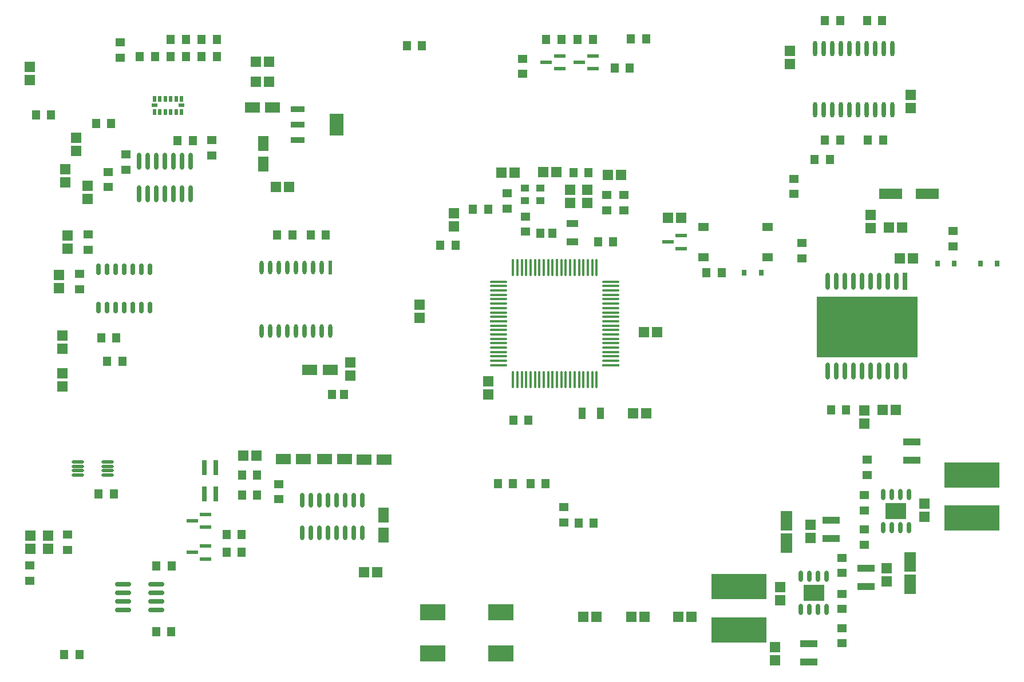
<source format=gtp>
G04 Layer_Color=8421504*
%FSAX24Y24*%
%MOIN*%
G70*
G01*
G75*
%ADD11R,0.5906X0.3543*%
%ADD12O,0.0250X0.1000*%
%ADD13R,0.0250X0.1000*%
%ADD14O,0.0160X0.1000*%
%ADD15R,0.0160X0.1000*%
%ADD16O,0.1000X0.0160*%
%ADD17R,0.1000X0.0160*%
%ADD18R,0.0236X0.0787*%
%ADD19O,0.0236X0.0787*%
%ADD20O,0.0945X0.0276*%
%ADD21R,0.0630X0.0591*%
%ADD22R,0.0492X0.0571*%
%ADD23R,0.0571X0.0492*%
%ADD24R,0.0827X0.0354*%
%ADD25R,0.0827X0.1260*%
%ADD26O,0.0276X0.0984*%
%ADD27R,0.0236X0.0354*%
%ADD28R,0.0354X0.0236*%
%ADD29R,0.0669X0.0236*%
%ADD30R,0.1220X0.0949*%
%ADD31O,0.0236X0.0669*%
%ADD32O,0.0236X0.0906*%
%ADD33R,0.0610X0.0512*%
%ADD34O,0.0236X0.0866*%
%ADD35O,0.0728X0.0177*%
%ADD36R,0.3228X0.1457*%
%ADD37R,0.0669X0.1142*%
%ADD38R,0.0250X0.0330*%
%ADD39R,0.0591X0.0630*%
%ADD40R,0.1024X0.0433*%
%ADD41R,0.0630X0.0866*%
%ADD42R,0.0866X0.0630*%
%ADD43R,0.1378X0.0630*%
%ADD44R,0.0453X0.0571*%
%ADD45R,0.0669X0.0433*%
%ADD46R,0.0433X0.0669*%
%ADD47O,0.0276X0.0689*%
%ADD48R,0.0512X0.0433*%
%ADD49R,0.0315X0.0866*%
%ADD50R,0.1496X0.0945*%
D11*
X060350Y030700D02*
D03*
D12*
X062550Y028141D02*
D03*
X062050D02*
D03*
X061550D02*
D03*
X061050D02*
D03*
X060550D02*
D03*
X060050D02*
D03*
X059550D02*
D03*
X059050D02*
D03*
X058550D02*
D03*
X058050D02*
D03*
Y033350D02*
D03*
X058550D02*
D03*
X059050D02*
D03*
X059550D02*
D03*
X060050D02*
D03*
X060550D02*
D03*
X061050D02*
D03*
X061550D02*
D03*
X062050D02*
D03*
D13*
X062550D02*
D03*
D14*
X044606Y027644D02*
D03*
X044350D02*
D03*
X044094D02*
D03*
X043838D02*
D03*
X043582D02*
D03*
X043326D02*
D03*
X043070D02*
D03*
X042814D02*
D03*
X042558D02*
D03*
X042302D02*
D03*
X041790D02*
D03*
X041534D02*
D03*
X041278D02*
D03*
X041022D02*
D03*
X040766D02*
D03*
X040510D02*
D03*
X040254D02*
D03*
X039998D02*
D03*
X039742D02*
D03*
Y034168D02*
D03*
X039998D02*
D03*
X040254D02*
D03*
X040510D02*
D03*
X040766D02*
D03*
X041022D02*
D03*
X041278D02*
D03*
X041534D02*
D03*
X041790D02*
D03*
X042046D02*
D03*
X042558D02*
D03*
X042814D02*
D03*
X043070D02*
D03*
X043326D02*
D03*
X043582D02*
D03*
X043838D02*
D03*
X044094D02*
D03*
X044350D02*
D03*
X044606D02*
D03*
D15*
X042046Y027644D02*
D03*
X042302Y034168D02*
D03*
D16*
X038912Y028474D02*
D03*
Y028730D02*
D03*
Y028986D02*
D03*
Y029242D02*
D03*
Y029498D02*
D03*
Y029754D02*
D03*
Y030010D02*
D03*
Y030266D02*
D03*
Y030522D02*
D03*
Y030778D02*
D03*
Y031290D02*
D03*
Y031546D02*
D03*
Y031802D02*
D03*
Y032058D02*
D03*
Y032314D02*
D03*
Y032570D02*
D03*
Y032826D02*
D03*
Y033082D02*
D03*
Y033338D02*
D03*
X045436D02*
D03*
Y033082D02*
D03*
Y032826D02*
D03*
Y032570D02*
D03*
Y032314D02*
D03*
Y032058D02*
D03*
Y031802D02*
D03*
Y031546D02*
D03*
Y031290D02*
D03*
Y031034D02*
D03*
Y030522D02*
D03*
Y030266D02*
D03*
Y030010D02*
D03*
Y029754D02*
D03*
Y029498D02*
D03*
Y029242D02*
D03*
Y028986D02*
D03*
Y028730D02*
D03*
D17*
X038912Y031034D02*
D03*
X045436Y030778D02*
D03*
Y028474D02*
D03*
D18*
X029100Y034151D02*
D03*
D19*
X028600D02*
D03*
X028100D02*
D03*
X027600D02*
D03*
X027100D02*
D03*
X026600D02*
D03*
X026100D02*
D03*
X025600D02*
D03*
X025100D02*
D03*
X029100Y030450D02*
D03*
X028600D02*
D03*
X028100D02*
D03*
X027600D02*
D03*
X027100D02*
D03*
X026600D02*
D03*
X026100D02*
D03*
X025600D02*
D03*
X025100D02*
D03*
D20*
X017026Y015700D02*
D03*
Y015200D02*
D03*
Y014700D02*
D03*
Y014200D02*
D03*
X018974Y015700D02*
D03*
Y015200D02*
D03*
Y014700D02*
D03*
Y014200D02*
D03*
D21*
X011600Y045848D02*
D03*
Y045081D02*
D03*
X030250Y028634D02*
D03*
Y027866D02*
D03*
X055300Y015534D02*
D03*
Y014766D02*
D03*
X063700Y019626D02*
D03*
Y020394D02*
D03*
X057050Y018409D02*
D03*
Y019177D02*
D03*
X061500Y016634D02*
D03*
Y015866D02*
D03*
X060200Y025066D02*
D03*
Y025834D02*
D03*
X062900Y043466D02*
D03*
Y044234D02*
D03*
X055868Y046024D02*
D03*
Y046791D02*
D03*
X038300Y026766D02*
D03*
Y027534D02*
D03*
X036300Y036566D02*
D03*
Y037334D02*
D03*
X055000Y011266D02*
D03*
Y012034D02*
D03*
X043050Y037916D02*
D03*
Y038684D02*
D03*
X044050Y037916D02*
D03*
Y038684D02*
D03*
X011624Y018534D02*
D03*
Y017766D02*
D03*
X012674Y018534D02*
D03*
Y017766D02*
D03*
X014950Y038934D02*
D03*
Y038166D02*
D03*
X013650Y039884D02*
D03*
Y039116D02*
D03*
X014300Y040966D02*
D03*
Y041734D02*
D03*
X034300Y031216D02*
D03*
Y031984D02*
D03*
X013800Y036034D02*
D03*
Y035266D02*
D03*
X013500Y030184D02*
D03*
Y029416D02*
D03*
X013300Y033734D02*
D03*
Y032966D02*
D03*
X013500Y027984D02*
D03*
Y027216D02*
D03*
X060550Y036466D02*
D03*
Y037234D02*
D03*
D22*
X057307Y040455D02*
D03*
X058193D02*
D03*
X046543Y045800D02*
D03*
X045657D02*
D03*
X042549Y047474D02*
D03*
X041663D02*
D03*
X043513D02*
D03*
X044399D02*
D03*
X059143Y025850D02*
D03*
X058257D02*
D03*
X058793Y048550D02*
D03*
X057907D02*
D03*
X060407Y041600D02*
D03*
X061293D02*
D03*
X060357Y048550D02*
D03*
X061243D02*
D03*
X058793Y041600D02*
D03*
X057907D02*
D03*
X046607Y047500D02*
D03*
X047493D02*
D03*
X023957Y022050D02*
D03*
X024843D02*
D03*
X023057Y017550D02*
D03*
X023943D02*
D03*
X023943Y018600D02*
D03*
X023057D02*
D03*
X024843Y020900D02*
D03*
X023957D02*
D03*
X036393Y035450D02*
D03*
X035507D02*
D03*
X051007Y033850D02*
D03*
X051893D02*
D03*
X038293Y037550D02*
D03*
X037407D02*
D03*
X039743Y021550D02*
D03*
X038857D02*
D03*
X041643D02*
D03*
X040757D02*
D03*
X044443Y019250D02*
D03*
X043557D02*
D03*
X044693Y035674D02*
D03*
X045579D02*
D03*
X040643Y025250D02*
D03*
X039757D02*
D03*
X044143Y039700D02*
D03*
X043257D02*
D03*
X016493Y020950D02*
D03*
X015607D02*
D03*
X013607Y011600D02*
D03*
X014493D02*
D03*
X019843Y012925D02*
D03*
X018957D02*
D03*
X018981Y016750D02*
D03*
X019867D02*
D03*
X020693Y046465D02*
D03*
X019807D02*
D03*
X016343Y042550D02*
D03*
X015457D02*
D03*
X020207Y041550D02*
D03*
X021093D02*
D03*
X011957Y043050D02*
D03*
X012843D02*
D03*
X022493Y046465D02*
D03*
X021607D02*
D03*
X022493Y047465D02*
D03*
X021607D02*
D03*
X018893Y046450D02*
D03*
X018007D02*
D03*
X019807Y047465D02*
D03*
X020693D02*
D03*
X016643Y030050D02*
D03*
X015757D02*
D03*
X034443Y047100D02*
D03*
X033557D02*
D03*
X016107Y028700D02*
D03*
X016993D02*
D03*
X026007Y036051D02*
D03*
X026893D02*
D03*
X028843D02*
D03*
X027957D02*
D03*
D23*
X015000Y035207D02*
D03*
Y036093D02*
D03*
X040300Y045457D02*
D03*
Y046343D02*
D03*
X058900Y016350D02*
D03*
Y017236D02*
D03*
X060200Y018893D02*
D03*
Y018007D02*
D03*
X058900Y013136D02*
D03*
Y012250D02*
D03*
X060350Y022067D02*
D03*
Y022953D02*
D03*
X058900Y014250D02*
D03*
Y015136D02*
D03*
X060200Y020893D02*
D03*
Y020007D02*
D03*
X026100Y021543D02*
D03*
Y020657D02*
D03*
X056100Y038457D02*
D03*
Y039343D02*
D03*
X039400Y037607D02*
D03*
Y038493D02*
D03*
X042700Y020193D02*
D03*
Y019307D02*
D03*
X040450Y037143D02*
D03*
Y036257D02*
D03*
X011600Y016793D02*
D03*
Y015907D02*
D03*
X013800Y017707D02*
D03*
Y018593D02*
D03*
X022200Y041593D02*
D03*
Y040707D02*
D03*
X017200Y040757D02*
D03*
Y039872D02*
D03*
X016150Y038857D02*
D03*
Y039743D02*
D03*
X016850Y047293D02*
D03*
Y046407D02*
D03*
X046200Y038393D02*
D03*
Y037507D02*
D03*
X045200Y038393D02*
D03*
Y037507D02*
D03*
X014500Y032907D02*
D03*
Y033793D02*
D03*
X065350Y035407D02*
D03*
Y036293D02*
D03*
X056550Y035593D02*
D03*
Y034707D02*
D03*
D24*
X027215Y043406D02*
D03*
Y042500D02*
D03*
Y041594D02*
D03*
D25*
X029459Y042500D02*
D03*
D26*
X017950Y038450D02*
D03*
X018450D02*
D03*
X018950D02*
D03*
X019450D02*
D03*
X019950D02*
D03*
X020450D02*
D03*
X020950D02*
D03*
X017950Y040379D02*
D03*
X018450D02*
D03*
X018950D02*
D03*
X019450D02*
D03*
X019950D02*
D03*
X020450D02*
D03*
X020950D02*
D03*
D27*
X020437Y043989D02*
D03*
X020122D02*
D03*
X019807D02*
D03*
X019493D02*
D03*
X019178D02*
D03*
X018863D02*
D03*
Y043241D02*
D03*
X019178D02*
D03*
X019493D02*
D03*
X019807D02*
D03*
X020122D02*
D03*
X020437D02*
D03*
D28*
X018863Y043615D02*
D03*
X020437D02*
D03*
D29*
X021844Y017176D02*
D03*
Y017924D02*
D03*
X021056Y017550D02*
D03*
X021844Y019026D02*
D03*
Y019774D02*
D03*
X021056Y019400D02*
D03*
X042450Y045750D02*
D03*
Y046498D02*
D03*
X041663Y046124D02*
D03*
X044400Y045750D02*
D03*
Y046498D02*
D03*
X043613Y046124D02*
D03*
X049544Y035276D02*
D03*
Y036024D02*
D03*
X048756Y035650D02*
D03*
D30*
X057250Y015193D02*
D03*
X062041Y019960D02*
D03*
D31*
X058000Y016157D02*
D03*
X057500D02*
D03*
X057000D02*
D03*
X056500D02*
D03*
X058000Y014228D02*
D03*
X057500D02*
D03*
X057000D02*
D03*
X056500D02*
D03*
X061291Y018995D02*
D03*
X061791D02*
D03*
X062291D02*
D03*
X062791D02*
D03*
X061291Y020924D02*
D03*
X061791D02*
D03*
X062291D02*
D03*
X062791D02*
D03*
D32*
X061818Y046941D02*
D03*
X061318D02*
D03*
X060818D02*
D03*
X060318D02*
D03*
X059818D02*
D03*
X059318D02*
D03*
X058818D02*
D03*
X058318D02*
D03*
X057818D02*
D03*
X057318D02*
D03*
X061818Y043359D02*
D03*
X061318D02*
D03*
X060818D02*
D03*
X060318D02*
D03*
X059818D02*
D03*
X059318D02*
D03*
X058818D02*
D03*
X058318D02*
D03*
X057818D02*
D03*
X057318D02*
D03*
D33*
X050830Y036536D02*
D03*
X054570D02*
D03*
X050830Y034764D02*
D03*
X054570D02*
D03*
D34*
X030950Y020595D02*
D03*
X030450D02*
D03*
X029950D02*
D03*
X029450D02*
D03*
X028950D02*
D03*
X028450D02*
D03*
X027950D02*
D03*
X027450D02*
D03*
X030950Y018705D02*
D03*
X030450D02*
D03*
X029950D02*
D03*
X029450D02*
D03*
X028950D02*
D03*
X028450D02*
D03*
X027950D02*
D03*
X027450D02*
D03*
D35*
X014384Y022834D02*
D03*
Y022578D02*
D03*
Y022322D02*
D03*
Y022066D02*
D03*
X016116Y022834D02*
D03*
Y022578D02*
D03*
Y022322D02*
D03*
Y022066D02*
D03*
D36*
X052900Y015553D02*
D03*
Y013033D02*
D03*
X066450Y019550D02*
D03*
Y022070D02*
D03*
D37*
X055650Y019402D02*
D03*
Y018083D02*
D03*
X062850Y015691D02*
D03*
Y017009D02*
D03*
D38*
X067947Y034400D02*
D03*
X066952D02*
D03*
X054197Y033850D02*
D03*
X053202D02*
D03*
X065447Y034400D02*
D03*
X064452D02*
D03*
D39*
X024766Y046150D02*
D03*
X025534D02*
D03*
X024766Y045000D02*
D03*
X025534D02*
D03*
X062034Y025850D02*
D03*
X061266D02*
D03*
X063034Y034700D02*
D03*
X062266D02*
D03*
X024784Y023200D02*
D03*
X024016D02*
D03*
X039834Y039700D02*
D03*
X039066D02*
D03*
X025916Y038850D02*
D03*
X026684D02*
D03*
X031834Y016400D02*
D03*
X031066D02*
D03*
X047484Y025650D02*
D03*
X046716D02*
D03*
X049534Y037050D02*
D03*
X048766D02*
D03*
X041502Y039724D02*
D03*
X042270D02*
D03*
X047366Y030400D02*
D03*
X048134D02*
D03*
X046034Y039550D02*
D03*
X045266D02*
D03*
X062384Y036500D02*
D03*
X061616D02*
D03*
X043816Y013800D02*
D03*
X044584D02*
D03*
X049366D02*
D03*
X050134D02*
D03*
X046616D02*
D03*
X047384D02*
D03*
D40*
X056950Y012224D02*
D03*
Y011161D02*
D03*
X062950Y022928D02*
D03*
Y023991D02*
D03*
X058250Y019424D02*
D03*
Y018361D02*
D03*
X060300Y015578D02*
D03*
Y016641D02*
D03*
D41*
X025200Y041391D02*
D03*
Y040209D02*
D03*
X032200Y019741D02*
D03*
Y018559D02*
D03*
D42*
X024559Y043500D02*
D03*
X025741D02*
D03*
X026359Y023000D02*
D03*
X027541D02*
D03*
X029941D02*
D03*
X028759D02*
D03*
X032241Y022950D02*
D03*
X031059D02*
D03*
X029091Y028200D02*
D03*
X027909D02*
D03*
D43*
X063863Y038450D02*
D03*
X061737D02*
D03*
D44*
X029904Y026750D02*
D03*
X029196D02*
D03*
X042040Y036174D02*
D03*
X041332D02*
D03*
D45*
X043200Y036731D02*
D03*
Y035668D02*
D03*
D46*
X043769Y025650D02*
D03*
X044831D02*
D03*
D47*
X015600Y031828D02*
D03*
X016100D02*
D03*
X016600D02*
D03*
X017100D02*
D03*
X017600D02*
D03*
X018100D02*
D03*
X018600D02*
D03*
X015600Y034072D02*
D03*
X016100D02*
D03*
X016600D02*
D03*
X017100D02*
D03*
X017600D02*
D03*
X018100D02*
D03*
X018600D02*
D03*
D48*
X040436Y038074D02*
D03*
X041342D02*
D03*
Y038782D02*
D03*
X040436D02*
D03*
D49*
X022419Y020950D02*
D03*
X021750D02*
D03*
X022419Y022500D02*
D03*
X021750D02*
D03*
D50*
X039018Y014052D02*
D03*
X035081D02*
D03*
X039018Y011650D02*
D03*
X035081D02*
D03*
M02*

</source>
